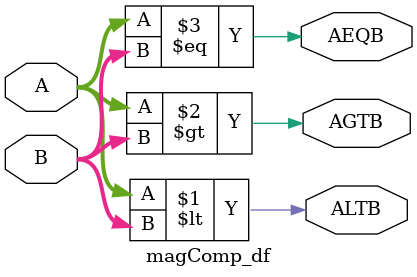
<source format=v>
module magComp_df(ALTB, AGTB, AEQB, A, B);
  input [3:0] A, B;
  output ALTB, AGTB, AEQB;
  assign  ALTB = (A < B),
          AGTB = (A > B),
          AEQB = (A == B);
endmodule

</source>
